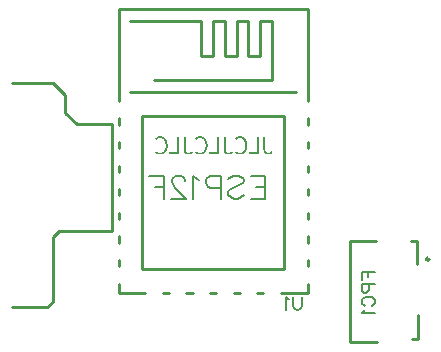
<source format=gbo>
G04 Layer: BottomSilkLayer*
G04 EasyEDA v6.4.25, 2021-11-23T22:34:31+08:00*
G04 edc2d8422afb4d2cae5fb123c77887e6,45ba98ba689c459a8d72e4540021d05b,10*
G04 Gerber Generator version 0.2*
G04 Scale: 100 percent, Rotated: No, Reflected: No *
G04 Dimensions in millimeters *
G04 leading zeros omitted , absolute positions ,4 integer and 5 decimal *
%FSLAX45Y45*%
%MOMM*%

%ADD10C,0.2540*%
%ADD29C,0.1524*%
%ADD32C,0.2032*%

%LPD*%
G36*
X1050798Y1799793D02*
G01*
X1044194Y1799386D01*
X1038047Y1798269D01*
X1032357Y1796542D01*
X1027074Y1794306D01*
X1022197Y1791563D01*
X1017828Y1788515D01*
X1013866Y1785213D01*
X1010412Y1781759D01*
X1019759Y1770837D01*
X1025956Y1776577D01*
X1033170Y1781098D01*
X1041298Y1783994D01*
X1050493Y1785061D01*
X1055878Y1784756D01*
X1060958Y1783943D01*
X1065834Y1782622D01*
X1070406Y1780743D01*
X1074674Y1778406D01*
X1078636Y1775561D01*
X1082294Y1772208D01*
X1085596Y1768449D01*
X1088593Y1764233D01*
X1091234Y1759559D01*
X1093470Y1754428D01*
X1095349Y1748942D01*
X1096822Y1743049D01*
X1097889Y1736750D01*
X1098550Y1730095D01*
X1098804Y1723085D01*
X1098550Y1716074D01*
X1097940Y1709369D01*
X1096873Y1703070D01*
X1095451Y1697126D01*
X1093622Y1691589D01*
X1091438Y1686458D01*
X1088898Y1681734D01*
X1086002Y1677466D01*
X1082751Y1673606D01*
X1079144Y1670253D01*
X1075232Y1667357D01*
X1071016Y1664970D01*
X1066495Y1663090D01*
X1061720Y1661718D01*
X1056640Y1660855D01*
X1051306Y1660601D01*
X1046022Y1660855D01*
X1041044Y1661718D01*
X1036370Y1663090D01*
X1031900Y1665020D01*
X1027684Y1667408D01*
X1023619Y1670354D01*
X1019759Y1673758D01*
X1015949Y1677619D01*
X1006856Y1667205D01*
X1011275Y1662328D01*
X1016000Y1658061D01*
X1021080Y1654403D01*
X1026464Y1651406D01*
X1032256Y1649018D01*
X1038453Y1647291D01*
X1045006Y1646224D01*
X1052017Y1645869D01*
X1057503Y1646072D01*
X1062786Y1646732D01*
X1067917Y1647748D01*
X1072845Y1649222D01*
X1077569Y1651101D01*
X1082090Y1653387D01*
X1086408Y1656029D01*
X1090472Y1659077D01*
X1094282Y1662480D01*
X1097838Y1666239D01*
X1101140Y1670405D01*
X1104138Y1674875D01*
X1106830Y1679752D01*
X1109167Y1684934D01*
X1111250Y1690420D01*
X1112926Y1696262D01*
X1114298Y1702460D01*
X1115263Y1708962D01*
X1115872Y1715719D01*
X1116025Y1722831D01*
X1115822Y1729841D01*
X1115263Y1736598D01*
X1114247Y1743049D01*
X1112875Y1749145D01*
X1111148Y1754987D01*
X1109065Y1760524D01*
X1106627Y1765706D01*
X1103884Y1770532D01*
X1100836Y1775053D01*
X1097483Y1779219D01*
X1093876Y1783029D01*
X1089964Y1786432D01*
X1085850Y1789531D01*
X1081430Y1792173D01*
X1076807Y1794459D01*
X1071981Y1796389D01*
X1066952Y1797862D01*
X1061720Y1798929D01*
X1056335Y1799589D01*
G37*
G36*
X1388364Y1799793D02*
G01*
X1381760Y1799386D01*
X1375613Y1798269D01*
X1369822Y1796542D01*
X1364538Y1794306D01*
X1359662Y1791563D01*
X1355242Y1788515D01*
X1351330Y1785213D01*
X1347927Y1781759D01*
X1357325Y1770837D01*
X1363522Y1776577D01*
X1370736Y1781098D01*
X1378864Y1783994D01*
X1388059Y1785061D01*
X1393444Y1784756D01*
X1398524Y1783943D01*
X1403400Y1782622D01*
X1407972Y1780743D01*
X1412240Y1778406D01*
X1416202Y1775561D01*
X1419860Y1772208D01*
X1423162Y1768449D01*
X1426159Y1764233D01*
X1428800Y1759559D01*
X1431036Y1754428D01*
X1432915Y1748942D01*
X1434388Y1743049D01*
X1435455Y1736750D01*
X1436116Y1730095D01*
X1436319Y1723085D01*
X1436116Y1716074D01*
X1435506Y1709369D01*
X1434439Y1703070D01*
X1433017Y1697126D01*
X1431188Y1691589D01*
X1429004Y1686458D01*
X1426464Y1681734D01*
X1423568Y1677466D01*
X1420317Y1673606D01*
X1416710Y1670253D01*
X1412798Y1667357D01*
X1408582Y1664970D01*
X1404061Y1663090D01*
X1399286Y1661718D01*
X1394206Y1660855D01*
X1388872Y1660601D01*
X1383588Y1660855D01*
X1378610Y1661718D01*
X1373936Y1663090D01*
X1369466Y1665020D01*
X1365250Y1667408D01*
X1361186Y1670354D01*
X1357325Y1673758D01*
X1353566Y1677619D01*
X1344117Y1667205D01*
X1348638Y1662328D01*
X1353464Y1658061D01*
X1358595Y1654403D01*
X1364030Y1651406D01*
X1369822Y1649018D01*
X1376019Y1647291D01*
X1382572Y1646224D01*
X1389583Y1645869D01*
X1395069Y1646072D01*
X1400352Y1646732D01*
X1405483Y1647748D01*
X1410411Y1649222D01*
X1415135Y1651101D01*
X1419656Y1653387D01*
X1423974Y1656029D01*
X1428038Y1659077D01*
X1431848Y1662480D01*
X1435404Y1666239D01*
X1438706Y1670405D01*
X1441704Y1674875D01*
X1444396Y1679752D01*
X1446733Y1684934D01*
X1448816Y1690420D01*
X1450492Y1696262D01*
X1451864Y1702460D01*
X1452829Y1708962D01*
X1453438Y1715719D01*
X1453591Y1722831D01*
X1453388Y1729841D01*
X1452829Y1736598D01*
X1451813Y1743049D01*
X1450441Y1749145D01*
X1448714Y1754987D01*
X1446631Y1760524D01*
X1444193Y1765706D01*
X1441450Y1770532D01*
X1438402Y1775053D01*
X1435049Y1779219D01*
X1431442Y1783029D01*
X1427581Y1786432D01*
X1423416Y1789531D01*
X1418996Y1792173D01*
X1414373Y1794459D01*
X1409547Y1796389D01*
X1404518Y1797862D01*
X1399286Y1798929D01*
X1393901Y1799589D01*
G37*
G36*
X1725930Y1799793D02*
G01*
X1719325Y1799386D01*
X1713179Y1798269D01*
X1707388Y1796542D01*
X1702104Y1794306D01*
X1697228Y1791563D01*
X1692808Y1788515D01*
X1688896Y1785213D01*
X1685493Y1781759D01*
X1694688Y1770837D01*
X1700987Y1776577D01*
X1708251Y1781098D01*
X1716430Y1783994D01*
X1725625Y1785061D01*
X1730959Y1784756D01*
X1736039Y1783943D01*
X1740865Y1782622D01*
X1745386Y1780743D01*
X1749653Y1778406D01*
X1753666Y1775561D01*
X1757324Y1772208D01*
X1760626Y1768449D01*
X1763623Y1764233D01*
X1766265Y1759559D01*
X1768551Y1754428D01*
X1770430Y1748942D01*
X1771954Y1743049D01*
X1773021Y1736750D01*
X1773682Y1730095D01*
X1773885Y1723085D01*
X1773682Y1716074D01*
X1773072Y1709369D01*
X1772005Y1703070D01*
X1770583Y1697126D01*
X1768754Y1691589D01*
X1766570Y1686458D01*
X1764030Y1681734D01*
X1761083Y1677466D01*
X1757832Y1673606D01*
X1754225Y1670253D01*
X1750314Y1667357D01*
X1746046Y1664970D01*
X1741525Y1663090D01*
X1736648Y1661718D01*
X1731568Y1660855D01*
X1726133Y1660601D01*
X1720951Y1660855D01*
X1716024Y1661718D01*
X1711350Y1663090D01*
X1706930Y1665020D01*
X1702663Y1667408D01*
X1698650Y1670354D01*
X1694789Y1673758D01*
X1691132Y1677619D01*
X1681683Y1667205D01*
X1686204Y1662328D01*
X1691030Y1658061D01*
X1696161Y1654403D01*
X1701596Y1651406D01*
X1707388Y1649018D01*
X1713585Y1647291D01*
X1720138Y1646224D01*
X1727149Y1645869D01*
X1732584Y1646072D01*
X1737868Y1646732D01*
X1742948Y1647748D01*
X1747875Y1649222D01*
X1752600Y1651101D01*
X1757121Y1653387D01*
X1761439Y1656029D01*
X1765503Y1659077D01*
X1769313Y1662480D01*
X1772869Y1666239D01*
X1776171Y1670405D01*
X1779168Y1674875D01*
X1781860Y1679752D01*
X1784248Y1684934D01*
X1786331Y1690420D01*
X1788058Y1696262D01*
X1789379Y1702460D01*
X1790395Y1708962D01*
X1790954Y1715719D01*
X1791157Y1722831D01*
X1790954Y1729841D01*
X1790395Y1736598D01*
X1789379Y1743049D01*
X1788007Y1749145D01*
X1786280Y1754987D01*
X1784197Y1760524D01*
X1781759Y1765706D01*
X1779016Y1770532D01*
X1775968Y1775053D01*
X1772615Y1779219D01*
X1769008Y1783029D01*
X1765096Y1786432D01*
X1760982Y1789531D01*
X1756562Y1792173D01*
X1751939Y1794459D01*
X1747113Y1796389D01*
X1742084Y1797862D01*
X1736852Y1798929D01*
X1731467Y1799589D01*
G37*
G36*
X1193749Y1797253D02*
G01*
X1193749Y1662633D01*
X1127709Y1662633D01*
X1127709Y1648409D01*
X1210564Y1648409D01*
X1210564Y1797253D01*
G37*
G36*
X1251407Y1797253D02*
G01*
X1251407Y1691335D01*
X1251661Y1685137D01*
X1252423Y1679244D01*
X1253642Y1673606D01*
X1255471Y1668373D01*
X1257808Y1663547D01*
X1260703Y1659178D01*
X1264208Y1655318D01*
X1268323Y1652066D01*
X1273098Y1649425D01*
X1278483Y1647494D01*
X1284528Y1646275D01*
X1291285Y1645869D01*
X1297940Y1646224D01*
X1304086Y1647342D01*
X1309776Y1649171D01*
X1315008Y1651711D01*
X1319784Y1654962D01*
X1324102Y1658924D01*
X1328013Y1663598D01*
X1331417Y1668983D01*
X1319225Y1677365D01*
X1313891Y1669592D01*
X1307744Y1664411D01*
X1300734Y1661515D01*
X1292809Y1660601D01*
X1287018Y1661058D01*
X1282039Y1662430D01*
X1277772Y1664766D01*
X1274318Y1668170D01*
X1271625Y1672589D01*
X1269746Y1678178D01*
X1268577Y1684883D01*
X1268222Y1692859D01*
X1268222Y1797253D01*
G37*
G36*
X1531112Y1797253D02*
G01*
X1531112Y1662633D01*
X1465275Y1662633D01*
X1465275Y1648409D01*
X1548130Y1648409D01*
X1548130Y1797253D01*
G37*
G36*
X1589024Y1797253D02*
G01*
X1589024Y1691335D01*
X1589227Y1685137D01*
X1589938Y1679244D01*
X1591208Y1673606D01*
X1592935Y1668373D01*
X1595272Y1663547D01*
X1598168Y1659178D01*
X1601673Y1655318D01*
X1605788Y1652066D01*
X1610512Y1649425D01*
X1615948Y1647494D01*
X1622044Y1646275D01*
X1628851Y1645869D01*
X1635506Y1646224D01*
X1641652Y1647342D01*
X1647342Y1649171D01*
X1652574Y1651711D01*
X1657350Y1654962D01*
X1661668Y1658924D01*
X1665579Y1663598D01*
X1668983Y1668983D01*
X1656791Y1677365D01*
X1651355Y1669592D01*
X1645208Y1664411D01*
X1638300Y1661515D01*
X1630375Y1660601D01*
X1624584Y1661058D01*
X1619605Y1662430D01*
X1615338Y1664766D01*
X1611884Y1668170D01*
X1609191Y1672589D01*
X1607312Y1678178D01*
X1606143Y1684883D01*
X1605788Y1692859D01*
X1605788Y1797253D01*
G37*
G36*
X1868627Y1797253D02*
G01*
X1868627Y1662633D01*
X1802841Y1662633D01*
X1802841Y1648409D01*
X1885696Y1648409D01*
X1885696Y1797253D01*
G37*
G36*
X1926285Y1797253D02*
G01*
X1926285Y1691335D01*
X1926539Y1685137D01*
X1927301Y1679244D01*
X1928520Y1673606D01*
X1930349Y1668373D01*
X1932686Y1663547D01*
X1935632Y1659178D01*
X1939137Y1655318D01*
X1943303Y1652066D01*
X1948078Y1649425D01*
X1953514Y1647494D01*
X1959610Y1646275D01*
X1966417Y1645869D01*
X1973072Y1646224D01*
X1979218Y1647342D01*
X1984908Y1649171D01*
X1990140Y1651711D01*
X1994916Y1654962D01*
X1999234Y1658924D01*
X2003145Y1663598D01*
X2006549Y1668983D01*
X1994407Y1677365D01*
X1988921Y1669592D01*
X1982774Y1664411D01*
X1975866Y1661515D01*
X1967992Y1660601D01*
X1962150Y1661058D01*
X1957171Y1662430D01*
X1952904Y1664766D01*
X1949450Y1668170D01*
X1946757Y1672589D01*
X1944878Y1678178D01*
X1943709Y1684883D01*
X1943354Y1692859D01*
X1943354Y1797253D01*
G37*
D29*
X2759684Y650001D02*
G01*
X2868650Y650001D01*
X2759684Y650001D02*
G01*
X2759684Y582437D01*
X2811500Y650001D02*
G01*
X2811500Y608345D01*
X2759684Y548147D02*
G01*
X2868650Y548147D01*
X2759684Y548147D02*
G01*
X2759684Y501411D01*
X2764764Y485917D01*
X2770098Y480583D01*
X2780512Y475503D01*
X2796006Y475503D01*
X2806420Y480583D01*
X2811500Y485917D01*
X2816834Y501411D01*
X2816834Y548147D01*
X2785592Y363235D02*
G01*
X2775178Y368315D01*
X2764764Y378729D01*
X2759684Y389143D01*
X2759684Y409971D01*
X2764764Y420385D01*
X2775178Y430799D01*
X2785592Y435879D01*
X2801340Y441213D01*
X2827248Y441213D01*
X2842742Y435879D01*
X2853156Y430799D01*
X2863570Y420385D01*
X2868650Y409971D01*
X2868650Y389143D01*
X2863570Y378729D01*
X2853156Y368315D01*
X2842742Y363235D01*
X2780512Y328945D02*
G01*
X2775178Y318531D01*
X2759684Y303037D01*
X2868650Y303037D01*
X2250000Y440316D02*
G01*
X2250000Y362338D01*
X2244920Y346844D01*
X2234506Y336430D01*
X2218758Y331350D01*
X2208344Y331350D01*
X2192850Y336430D01*
X2182436Y346844D01*
X2177356Y362338D01*
X2177356Y440316D01*
X2143066Y419488D02*
G01*
X2132652Y424822D01*
X2116904Y440316D01*
X2116904Y331350D01*
D32*
X1939978Y1465732D02*
G01*
X1939978Y1271930D01*
X1939978Y1465732D02*
G01*
X1820090Y1465732D01*
X1939978Y1373530D02*
G01*
X1866318Y1373530D01*
X1939978Y1271930D02*
G01*
X1820090Y1271930D01*
X1629844Y1438046D02*
G01*
X1648132Y1456588D01*
X1675818Y1465732D01*
X1712902Y1465732D01*
X1740588Y1456588D01*
X1759130Y1438046D01*
X1759130Y1419758D01*
X1749732Y1401216D01*
X1740588Y1392072D01*
X1722046Y1382674D01*
X1666674Y1364132D01*
X1648132Y1354988D01*
X1638988Y1345844D01*
X1629844Y1327302D01*
X1629844Y1299616D01*
X1648132Y1281074D01*
X1675818Y1271930D01*
X1712902Y1271930D01*
X1740588Y1281074D01*
X1759130Y1299616D01*
X1568884Y1465732D02*
G01*
X1568884Y1271930D01*
X1568884Y1465732D02*
G01*
X1485572Y1465732D01*
X1457886Y1456588D01*
X1448742Y1447444D01*
X1439598Y1428902D01*
X1439598Y1401216D01*
X1448742Y1382674D01*
X1457886Y1373530D01*
X1485572Y1364132D01*
X1568884Y1364132D01*
X1378638Y1428902D02*
G01*
X1360096Y1438046D01*
X1332410Y1465732D01*
X1332410Y1271930D01*
X1262052Y1419758D02*
G01*
X1262052Y1428902D01*
X1252908Y1447444D01*
X1243764Y1456588D01*
X1225222Y1465732D01*
X1188138Y1465732D01*
X1169850Y1456588D01*
X1160452Y1447444D01*
X1151308Y1428902D01*
X1151308Y1410360D01*
X1160452Y1392072D01*
X1178994Y1364132D01*
X1271450Y1271930D01*
X1142164Y1271930D01*
X1081204Y1465732D02*
G01*
X1081204Y1271930D01*
X1081204Y1465732D02*
G01*
X961062Y1465732D01*
X1081204Y1373530D02*
G01*
X1007290Y1373530D01*
D10*
X2667002Y56799D02*
G01*
X2887103Y56796D01*
X2662412Y914694D02*
G01*
X2662402Y59100D01*
X3235111Y86601D02*
G01*
X3186811Y86601D01*
X3235111Y283890D02*
G01*
X3235111Y86601D01*
X2700009Y914996D02*
G01*
X2662412Y914996D01*
X3228207Y914697D02*
G01*
X3177611Y914697D01*
X3228207Y914697D02*
G01*
X3228207Y717400D01*
X2700009Y914996D02*
G01*
X2883311Y914996D01*
X2100150Y1975078D02*
G01*
X2100150Y675081D01*
X900153Y675081D01*
X900153Y1975078D01*
X2100150Y1975078D01*
X1000152Y2275078D02*
G01*
X2000150Y2275078D01*
X2000150Y2775077D01*
X1900151Y2775077D01*
X1900151Y2475077D01*
X1800151Y2475077D01*
X1800151Y2775077D01*
X1700151Y2775077D01*
X1700151Y2475077D01*
X1600151Y2475077D01*
X1600151Y2775077D01*
X1500151Y2775077D01*
X1500151Y2475077D01*
X1400152Y2475077D01*
X1400152Y2775077D01*
X800153Y2775077D01*
X2200150Y2175078D02*
G01*
X800153Y2175078D01*
X2300150Y2875076D02*
G01*
X700153Y2875076D01*
X700153Y2875076D02*
G01*
X700153Y2098182D01*
X700153Y1951954D02*
G01*
X700153Y1898182D01*
X700153Y1751954D02*
G01*
X700153Y1698183D01*
X700153Y1551955D02*
G01*
X700153Y1498183D01*
X700153Y1351955D02*
G01*
X700153Y1298183D01*
X700153Y1151956D02*
G01*
X700153Y1098181D01*
X700153Y951953D02*
G01*
X700153Y898182D01*
X700153Y751954D02*
G01*
X700153Y698182D01*
X700153Y551954D02*
G01*
X700153Y475081D01*
X700153Y475081D02*
G01*
X927204Y475081D01*
X1073431Y475081D02*
G01*
X1127203Y475081D01*
X1273431Y475081D02*
G01*
X1327127Y475081D01*
X1473354Y475081D02*
G01*
X1527202Y475081D01*
X1673430Y475081D02*
G01*
X1727075Y475081D01*
X1873303Y475081D02*
G01*
X1926871Y475081D01*
X2073099Y475081D02*
G01*
X2300150Y475081D01*
X2300150Y475081D02*
G01*
X2300150Y551954D01*
X2300150Y698182D02*
G01*
X2300150Y751954D01*
X2300150Y898182D02*
G01*
X2300150Y951953D01*
X2300150Y1098181D02*
G01*
X2300150Y1151956D01*
X2300150Y1298183D02*
G01*
X2300150Y1351955D01*
X2300150Y1498183D02*
G01*
X2300150Y1551955D01*
X2300150Y1698183D02*
G01*
X2300150Y1751954D01*
X2300150Y1898182D02*
G01*
X2300150Y1951954D01*
X2300150Y2098182D02*
G01*
X2300150Y2875076D01*
X-202107Y2249792D02*
G01*
X147891Y2249792D01*
X247891Y2149792D01*
X247891Y1999792D01*
X347893Y1899793D01*
X647893Y1899793D01*
X647893Y999792D01*
X197891Y999792D01*
X147891Y949792D01*
X147891Y399790D01*
X97891Y349791D01*
X-202107Y349791D01*
G75*
G01
X3329686Y758063D02*
G03X3329686Y758063I-12700J0D01*
M02*

</source>
